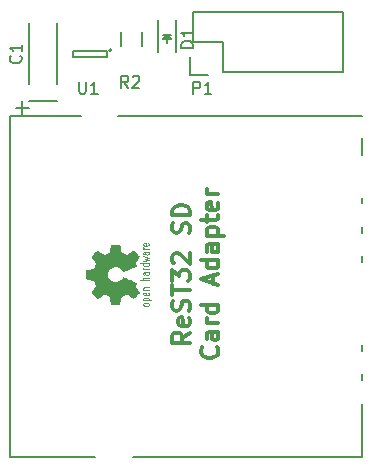
<source format=gto>
G04 #@! TF.FileFunction,Legend,Top*
%FSLAX46Y46*%
G04 Gerber Fmt 4.6, Leading zero omitted, Abs format (unit mm)*
G04 Created by KiCad (PCBNEW 4.0.2-stable) date 27.07.2016 22:22:32*
%MOMM*%
G01*
G04 APERTURE LIST*
%ADD10C,0.100000*%
%ADD11C,0.300000*%
%ADD12C,0.150000*%
%ADD13C,0.075000*%
%ADD14C,0.002540*%
G04 APERTURE END LIST*
D10*
D11*
X93458571Y-128372570D02*
X92744286Y-128872570D01*
X93458571Y-129229713D02*
X91958571Y-129229713D01*
X91958571Y-128658285D01*
X92030000Y-128515427D01*
X92101429Y-128443999D01*
X92244286Y-128372570D01*
X92458571Y-128372570D01*
X92601429Y-128443999D01*
X92672857Y-128515427D01*
X92744286Y-128658285D01*
X92744286Y-129229713D01*
X93387143Y-127158285D02*
X93458571Y-127301142D01*
X93458571Y-127586856D01*
X93387143Y-127729713D01*
X93244286Y-127801142D01*
X92672857Y-127801142D01*
X92530000Y-127729713D01*
X92458571Y-127586856D01*
X92458571Y-127301142D01*
X92530000Y-127158285D01*
X92672857Y-127086856D01*
X92815714Y-127086856D01*
X92958571Y-127801142D01*
X93387143Y-126515428D02*
X93458571Y-126301142D01*
X93458571Y-125943999D01*
X93387143Y-125801142D01*
X93315714Y-125729713D01*
X93172857Y-125658285D01*
X93030000Y-125658285D01*
X92887143Y-125729713D01*
X92815714Y-125801142D01*
X92744286Y-125943999D01*
X92672857Y-126229713D01*
X92601429Y-126372571D01*
X92530000Y-126443999D01*
X92387143Y-126515428D01*
X92244286Y-126515428D01*
X92101429Y-126443999D01*
X92030000Y-126372571D01*
X91958571Y-126229713D01*
X91958571Y-125872571D01*
X92030000Y-125658285D01*
X91958571Y-125229714D02*
X91958571Y-124372571D01*
X93458571Y-124801142D02*
X91958571Y-124801142D01*
X91958571Y-124015428D02*
X91958571Y-123086857D01*
X92530000Y-123586857D01*
X92530000Y-123372571D01*
X92601429Y-123229714D01*
X92672857Y-123158285D01*
X92815714Y-123086857D01*
X93172857Y-123086857D01*
X93315714Y-123158285D01*
X93387143Y-123229714D01*
X93458571Y-123372571D01*
X93458571Y-123801143D01*
X93387143Y-123944000D01*
X93315714Y-124015428D01*
X92101429Y-122515429D02*
X92030000Y-122444000D01*
X91958571Y-122301143D01*
X91958571Y-121944000D01*
X92030000Y-121801143D01*
X92101429Y-121729714D01*
X92244286Y-121658286D01*
X92387143Y-121658286D01*
X92601429Y-121729714D01*
X93458571Y-122586857D01*
X93458571Y-121658286D01*
X93387143Y-119944001D02*
X93458571Y-119729715D01*
X93458571Y-119372572D01*
X93387143Y-119229715D01*
X93315714Y-119158286D01*
X93172857Y-119086858D01*
X93030000Y-119086858D01*
X92887143Y-119158286D01*
X92815714Y-119229715D01*
X92744286Y-119372572D01*
X92672857Y-119658286D01*
X92601429Y-119801144D01*
X92530000Y-119872572D01*
X92387143Y-119944001D01*
X92244286Y-119944001D01*
X92101429Y-119872572D01*
X92030000Y-119801144D01*
X91958571Y-119658286D01*
X91958571Y-119301144D01*
X92030000Y-119086858D01*
X93458571Y-118444001D02*
X91958571Y-118444001D01*
X91958571Y-118086858D01*
X92030000Y-117872573D01*
X92172857Y-117729715D01*
X92315714Y-117658287D01*
X92601429Y-117586858D01*
X92815714Y-117586858D01*
X93101429Y-117658287D01*
X93244286Y-117729715D01*
X93387143Y-117872573D01*
X93458571Y-118086858D01*
X93458571Y-118444001D01*
X95715714Y-129586856D02*
X95787143Y-129658285D01*
X95858571Y-129872571D01*
X95858571Y-130015428D01*
X95787143Y-130229713D01*
X95644286Y-130372571D01*
X95501429Y-130443999D01*
X95215714Y-130515428D01*
X95001429Y-130515428D01*
X94715714Y-130443999D01*
X94572857Y-130372571D01*
X94430000Y-130229713D01*
X94358571Y-130015428D01*
X94358571Y-129872571D01*
X94430000Y-129658285D01*
X94501429Y-129586856D01*
X95858571Y-128301142D02*
X95072857Y-128301142D01*
X94930000Y-128372571D01*
X94858571Y-128515428D01*
X94858571Y-128801142D01*
X94930000Y-128943999D01*
X95787143Y-128301142D02*
X95858571Y-128443999D01*
X95858571Y-128801142D01*
X95787143Y-128943999D01*
X95644286Y-129015428D01*
X95501429Y-129015428D01*
X95358571Y-128943999D01*
X95287143Y-128801142D01*
X95287143Y-128443999D01*
X95215714Y-128301142D01*
X95858571Y-127586856D02*
X94858571Y-127586856D01*
X95144286Y-127586856D02*
X95001429Y-127515428D01*
X94930000Y-127443999D01*
X94858571Y-127301142D01*
X94858571Y-127158285D01*
X95858571Y-126015428D02*
X94358571Y-126015428D01*
X95787143Y-126015428D02*
X95858571Y-126158285D01*
X95858571Y-126443999D01*
X95787143Y-126586857D01*
X95715714Y-126658285D01*
X95572857Y-126729714D01*
X95144286Y-126729714D01*
X95001429Y-126658285D01*
X94930000Y-126586857D01*
X94858571Y-126443999D01*
X94858571Y-126158285D01*
X94930000Y-126015428D01*
X95430000Y-124229714D02*
X95430000Y-123515428D01*
X95858571Y-124372571D02*
X94358571Y-123872571D01*
X95858571Y-123372571D01*
X95858571Y-122229714D02*
X94358571Y-122229714D01*
X95787143Y-122229714D02*
X95858571Y-122372571D01*
X95858571Y-122658285D01*
X95787143Y-122801143D01*
X95715714Y-122872571D01*
X95572857Y-122944000D01*
X95144286Y-122944000D01*
X95001429Y-122872571D01*
X94930000Y-122801143D01*
X94858571Y-122658285D01*
X94858571Y-122372571D01*
X94930000Y-122229714D01*
X95858571Y-120872571D02*
X95072857Y-120872571D01*
X94930000Y-120944000D01*
X94858571Y-121086857D01*
X94858571Y-121372571D01*
X94930000Y-121515428D01*
X95787143Y-120872571D02*
X95858571Y-121015428D01*
X95858571Y-121372571D01*
X95787143Y-121515428D01*
X95644286Y-121586857D01*
X95501429Y-121586857D01*
X95358571Y-121515428D01*
X95287143Y-121372571D01*
X95287143Y-121015428D01*
X95215714Y-120872571D01*
X94858571Y-120158285D02*
X96358571Y-120158285D01*
X94930000Y-120158285D02*
X94858571Y-120015428D01*
X94858571Y-119729714D01*
X94930000Y-119586857D01*
X95001429Y-119515428D01*
X95144286Y-119443999D01*
X95572857Y-119443999D01*
X95715714Y-119515428D01*
X95787143Y-119586857D01*
X95858571Y-119729714D01*
X95858571Y-120015428D01*
X95787143Y-120158285D01*
X94858571Y-119015428D02*
X94858571Y-118443999D01*
X94358571Y-118801142D02*
X95644286Y-118801142D01*
X95787143Y-118729714D01*
X95858571Y-118586856D01*
X95858571Y-118443999D01*
X95787143Y-117372571D02*
X95858571Y-117515428D01*
X95858571Y-117801142D01*
X95787143Y-117943999D01*
X95644286Y-118015428D01*
X95072857Y-118015428D01*
X94930000Y-117943999D01*
X94858571Y-117801142D01*
X94858571Y-117515428D01*
X94930000Y-117372571D01*
X95072857Y-117301142D01*
X95215714Y-117301142D01*
X95358571Y-118015428D01*
X95858571Y-116658285D02*
X94858571Y-116658285D01*
X95144286Y-116658285D02*
X95001429Y-116586857D01*
X94930000Y-116515428D01*
X94858571Y-116372571D01*
X94858571Y-116229714D01*
D12*
X82198880Y-107350960D02*
X82198880Y-102149040D01*
X79801120Y-102149040D02*
X79801120Y-107350960D01*
X78701300Y-109349940D02*
X79801120Y-109349940D01*
X79201680Y-109949380D02*
X79201680Y-108750500D01*
X79801120Y-108745420D02*
X82198880Y-108745420D01*
X108000000Y-131900000D02*
X108000000Y-132400000D01*
X108000000Y-129400000D02*
X108000000Y-129900000D01*
X108000000Y-121900000D02*
X108000000Y-122400000D01*
X108000000Y-119400000D02*
X108000000Y-119900000D01*
X108000000Y-117000000D02*
X108000000Y-117400000D01*
X108000000Y-111900000D02*
X108000000Y-113300000D01*
X87400000Y-110000000D02*
X108000000Y-110000000D01*
X88600000Y-138900000D02*
X108000000Y-138900000D01*
X108000000Y-138900000D02*
X108000000Y-134400000D01*
X78200000Y-138900000D02*
X78200000Y-110000000D01*
X78200000Y-110000000D02*
X84200000Y-110000000D01*
X78200000Y-138900000D02*
X85400000Y-138900000D01*
X93730000Y-101190000D02*
X106430000Y-101190000D01*
X106430000Y-101190000D02*
X106430000Y-106270000D01*
X106430000Y-106270000D02*
X96270000Y-106270000D01*
X93730000Y-101190000D02*
X93730000Y-103730000D01*
X93450000Y-105000000D02*
X93450000Y-106550000D01*
X93730000Y-103730000D02*
X96270000Y-103730000D01*
X96270000Y-103730000D02*
X96270000Y-106270000D01*
X93450000Y-106550000D02*
X95000000Y-106550000D01*
X87625000Y-104100000D02*
X87625000Y-102900000D01*
X89375000Y-102900000D02*
X89375000Y-104100000D01*
X86800000Y-104450000D02*
G75*
G03X86800000Y-104450000I-100000J0D01*
G01*
X86450000Y-105000000D02*
X86450000Y-104500000D01*
X83550000Y-105000000D02*
X86450000Y-105000000D01*
X83550000Y-104500000D02*
X83550000Y-105000000D01*
X86450000Y-104500000D02*
X83550000Y-104500000D01*
D13*
X89488000Y-121284000D02*
X89948000Y-121284000D01*
X89488000Y-121194000D02*
X89488000Y-121144000D01*
X89518000Y-121244000D02*
X89488000Y-121194000D01*
X89538000Y-121264000D02*
X89518000Y-121244000D01*
X89608000Y-121284000D02*
X89538000Y-121264000D01*
X89948000Y-120844000D02*
X89918000Y-120794000D01*
X89948000Y-120944000D02*
X89948000Y-120844000D01*
X89918000Y-120984000D02*
X89948000Y-120944000D01*
X89848000Y-121004000D02*
X89918000Y-120984000D01*
X89578000Y-121004000D02*
X89848000Y-121004000D01*
X89518000Y-120974000D02*
X89578000Y-121004000D01*
X89488000Y-120934000D02*
X89518000Y-120974000D01*
X89488000Y-120834000D02*
X89488000Y-120934000D01*
X89528000Y-120794000D02*
X89488000Y-120834000D01*
X89598000Y-120774000D02*
X89528000Y-120794000D01*
X89718000Y-120774000D02*
X89598000Y-120774000D01*
X89718000Y-120774000D02*
X89718000Y-121004000D01*
X89578000Y-121524000D02*
X89948000Y-121524000D01*
X89518000Y-121554000D02*
X89578000Y-121524000D01*
X89488000Y-121594000D02*
X89518000Y-121554000D01*
X89488000Y-121694000D02*
X89488000Y-121594000D01*
X89518000Y-121744000D02*
X89488000Y-121694000D01*
X89678000Y-121684000D02*
X89708000Y-121734000D01*
X89678000Y-121564000D02*
X89678000Y-121684000D01*
X89648000Y-121524000D02*
X89678000Y-121564000D01*
X89948000Y-121574000D02*
X89908000Y-121524000D01*
X89948000Y-121694000D02*
X89948000Y-121574000D01*
X89908000Y-121744000D02*
X89948000Y-121694000D01*
X89848000Y-121764000D02*
X89908000Y-121744000D01*
X89778000Y-121764000D02*
X89848000Y-121764000D01*
X89708000Y-121734000D02*
X89778000Y-121764000D01*
X89488000Y-122314000D02*
X89948000Y-122214000D01*
X89948000Y-122214000D02*
X89608000Y-122124000D01*
X89608000Y-122124000D02*
X89948000Y-122024000D01*
X89948000Y-122024000D02*
X89488000Y-121924000D01*
X89918000Y-122504000D02*
X89948000Y-122544000D01*
X89948000Y-122544000D02*
X89948000Y-122654000D01*
X89948000Y-122654000D02*
X89918000Y-122694000D01*
X89918000Y-122694000D02*
X89888000Y-122714000D01*
X89888000Y-122714000D02*
X89818000Y-122744000D01*
X89818000Y-122744000D02*
X89618000Y-122744000D01*
X89618000Y-122744000D02*
X89548000Y-122714000D01*
X89548000Y-122714000D02*
X89518000Y-122694000D01*
X89518000Y-122694000D02*
X89478000Y-122634000D01*
X89478000Y-122634000D02*
X89478000Y-122564000D01*
X89478000Y-122564000D02*
X89518000Y-122504000D01*
X89248000Y-122504000D02*
X89948000Y-122504000D01*
X89608000Y-123024000D02*
X89538000Y-123004000D01*
X89538000Y-123004000D02*
X89518000Y-122984000D01*
X89518000Y-122984000D02*
X89488000Y-122934000D01*
X89488000Y-122934000D02*
X89488000Y-122884000D01*
X89488000Y-123024000D02*
X89948000Y-123024000D01*
X89708000Y-123474000D02*
X89778000Y-123504000D01*
X89778000Y-123504000D02*
X89848000Y-123504000D01*
X89848000Y-123504000D02*
X89908000Y-123484000D01*
X89908000Y-123484000D02*
X89948000Y-123434000D01*
X89948000Y-123434000D02*
X89948000Y-123314000D01*
X89948000Y-123314000D02*
X89908000Y-123264000D01*
X89648000Y-123264000D02*
X89678000Y-123304000D01*
X89678000Y-123304000D02*
X89678000Y-123424000D01*
X89678000Y-123424000D02*
X89708000Y-123474000D01*
X89518000Y-123484000D02*
X89488000Y-123434000D01*
X89488000Y-123434000D02*
X89488000Y-123334000D01*
X89488000Y-123334000D02*
X89518000Y-123294000D01*
X89518000Y-123294000D02*
X89578000Y-123264000D01*
X89578000Y-123264000D02*
X89948000Y-123264000D01*
X89558000Y-123934000D02*
X89518000Y-123914000D01*
X89518000Y-123914000D02*
X89488000Y-123864000D01*
X89488000Y-123864000D02*
X89488000Y-123784000D01*
X89488000Y-123784000D02*
X89518000Y-123744000D01*
X89518000Y-123744000D02*
X89578000Y-123724000D01*
X89578000Y-123724000D02*
X89948000Y-123724000D01*
X89248000Y-123934000D02*
X89948000Y-123934000D01*
X89718000Y-124984000D02*
X89718000Y-125214000D01*
X89548000Y-124764000D02*
X89518000Y-124744000D01*
X89518000Y-124744000D02*
X89488000Y-124704000D01*
X89488000Y-124704000D02*
X89488000Y-124614000D01*
X89488000Y-124614000D02*
X89518000Y-124574000D01*
X89518000Y-124574000D02*
X89578000Y-124554000D01*
X89578000Y-124554000D02*
X89948000Y-124554000D01*
X89488000Y-124764000D02*
X89948000Y-124764000D01*
X89718000Y-124984000D02*
X89598000Y-124984000D01*
X89598000Y-124984000D02*
X89528000Y-125004000D01*
X89528000Y-125004000D02*
X89488000Y-125044000D01*
X89488000Y-125044000D02*
X89488000Y-125144000D01*
X89488000Y-125144000D02*
X89518000Y-125184000D01*
X89518000Y-125184000D02*
X89578000Y-125214000D01*
X89578000Y-125214000D02*
X89848000Y-125214000D01*
X89848000Y-125214000D02*
X89918000Y-125194000D01*
X89918000Y-125194000D02*
X89948000Y-125154000D01*
X89948000Y-125154000D02*
X89948000Y-125054000D01*
X89948000Y-125054000D02*
X89918000Y-125004000D01*
X89518000Y-125644000D02*
X89488000Y-125604000D01*
X89488000Y-125604000D02*
X89488000Y-125504000D01*
X89488000Y-125504000D02*
X89518000Y-125464000D01*
X89518000Y-125464000D02*
X89548000Y-125434000D01*
X89548000Y-125434000D02*
X89608000Y-125414000D01*
X89608000Y-125414000D02*
X89828000Y-125414000D01*
X89828000Y-125414000D02*
X89888000Y-125434000D01*
X89888000Y-125434000D02*
X89918000Y-125454000D01*
X89918000Y-125454000D02*
X89948000Y-125494000D01*
X89948000Y-125494000D02*
X89948000Y-125594000D01*
X89948000Y-125594000D02*
X89918000Y-125644000D01*
X90188000Y-125644000D02*
X89488000Y-125644000D01*
X89488000Y-125954000D02*
X89488000Y-126034000D01*
X89488000Y-126034000D02*
X89518000Y-126074000D01*
X89518000Y-126074000D02*
X89548000Y-126094000D01*
X89548000Y-126094000D02*
X89618000Y-126124000D01*
X89948000Y-126034000D02*
X89948000Y-125954000D01*
X89948000Y-125954000D02*
X89918000Y-125904000D01*
X89918000Y-125904000D02*
X89888000Y-125884000D01*
X89888000Y-125884000D02*
X89818000Y-125864000D01*
X89818000Y-125864000D02*
X89618000Y-125864000D01*
X89618000Y-125864000D02*
X89558000Y-125884000D01*
X89558000Y-125884000D02*
X89528000Y-125904000D01*
X89528000Y-125904000D02*
X89488000Y-125954000D01*
X89618000Y-126124000D02*
X89818000Y-126124000D01*
X89818000Y-126124000D02*
X89878000Y-126104000D01*
X89878000Y-126104000D02*
X89908000Y-126084000D01*
X89908000Y-126084000D02*
X89948000Y-126034000D01*
D14*
G36*
X89113360Y-124957840D02*
X89098120Y-124932440D01*
X89062560Y-124874020D01*
X89006680Y-124790200D01*
X88940640Y-124691140D01*
X88874600Y-124592080D01*
X88821260Y-124510800D01*
X88783160Y-124454920D01*
X88770460Y-124429520D01*
X88775540Y-124416820D01*
X88798400Y-124371100D01*
X88833960Y-124302520D01*
X88854280Y-124261880D01*
X88879680Y-124200920D01*
X88887300Y-124167900D01*
X88877140Y-124162820D01*
X88828880Y-124139960D01*
X88747600Y-124104400D01*
X88638380Y-124058680D01*
X88511380Y-124002800D01*
X88376760Y-123946920D01*
X88237060Y-123888500D01*
X88102440Y-123832620D01*
X87983060Y-123784360D01*
X87886540Y-123743720D01*
X87817960Y-123718320D01*
X87790020Y-123708160D01*
X87782400Y-123710700D01*
X87751920Y-123743720D01*
X87711280Y-123797060D01*
X87614760Y-123916440D01*
X87469980Y-124033280D01*
X87304880Y-124104400D01*
X87119460Y-124127260D01*
X86949280Y-124106940D01*
X86786720Y-124040900D01*
X86639400Y-123926600D01*
X86530180Y-123786900D01*
X86461600Y-123624340D01*
X86438740Y-123444000D01*
X86459060Y-123271280D01*
X86525100Y-123103640D01*
X86636860Y-122956320D01*
X86707980Y-122892820D01*
X86857840Y-122806460D01*
X87015320Y-122758200D01*
X87055960Y-122753120D01*
X87231220Y-122760740D01*
X87401400Y-122811540D01*
X87551260Y-122905520D01*
X87675720Y-123035060D01*
X87685880Y-123050300D01*
X87731600Y-123108720D01*
X87762080Y-123149360D01*
X87787480Y-123179840D01*
X88325960Y-122956320D01*
X88409780Y-122920760D01*
X88557100Y-122859800D01*
X88684100Y-122806460D01*
X88785700Y-122763280D01*
X88851740Y-122732800D01*
X88879680Y-122720100D01*
X88882220Y-122720100D01*
X88884760Y-122699780D01*
X88869520Y-122659140D01*
X88833960Y-122582940D01*
X88808560Y-122534680D01*
X88780620Y-122476260D01*
X88770460Y-122450860D01*
X88783160Y-122428000D01*
X88818720Y-122374660D01*
X88872060Y-122293380D01*
X88935560Y-122196860D01*
X88999060Y-122105420D01*
X89054940Y-122021600D01*
X89093040Y-121960640D01*
X89110820Y-121930160D01*
X89110820Y-121925080D01*
X89095580Y-121899680D01*
X89054940Y-121851420D01*
X88986360Y-121777760D01*
X88882220Y-121673620D01*
X88866980Y-121658380D01*
X88780620Y-121572020D01*
X88706960Y-121503440D01*
X88656160Y-121457720D01*
X88633300Y-121439940D01*
X88633300Y-121439940D01*
X88602820Y-121455180D01*
X88541860Y-121493280D01*
X88455500Y-121549160D01*
X88356440Y-121617740D01*
X88097360Y-121795540D01*
X87853520Y-121699020D01*
X87777320Y-121668540D01*
X87688420Y-121630440D01*
X87622380Y-121602500D01*
X87594440Y-121587260D01*
X87584280Y-121561860D01*
X87569040Y-121493280D01*
X87548720Y-121396760D01*
X87528400Y-121282460D01*
X87508080Y-121170700D01*
X87487760Y-121071640D01*
X87475060Y-121000520D01*
X87467440Y-120967500D01*
X87462360Y-120959880D01*
X87447120Y-120952260D01*
X87414100Y-120949720D01*
X87353140Y-120947180D01*
X87259160Y-120944640D01*
X87119460Y-120944640D01*
X87104220Y-120944640D01*
X86974680Y-120947180D01*
X86868000Y-120949720D01*
X86801960Y-120952260D01*
X86774020Y-120957340D01*
X86774020Y-120957340D01*
X86766400Y-120987820D01*
X86751160Y-121058940D01*
X86733380Y-121158000D01*
X86710520Y-121277380D01*
X86707980Y-121285000D01*
X86685120Y-121401840D01*
X86664800Y-121500900D01*
X86649560Y-121572020D01*
X86639400Y-121599960D01*
X86631780Y-121607580D01*
X86586060Y-121630440D01*
X86512400Y-121663460D01*
X86423500Y-121704100D01*
X86329520Y-121742200D01*
X86245700Y-121775220D01*
X86184740Y-121798080D01*
X86156800Y-121805700D01*
X86154260Y-121803160D01*
X86126320Y-121785380D01*
X86065360Y-121744740D01*
X85981540Y-121688860D01*
X85879940Y-121620280D01*
X85872320Y-121615200D01*
X85773260Y-121546620D01*
X85686900Y-121490740D01*
X85628480Y-121455180D01*
X85600540Y-121439940D01*
X85598000Y-121439940D01*
X85567520Y-121462800D01*
X85511640Y-121513600D01*
X85435440Y-121587260D01*
X85346540Y-121673620D01*
X85321140Y-121701560D01*
X85224620Y-121800620D01*
X85163660Y-121866660D01*
X85130640Y-121909840D01*
X85123020Y-121930160D01*
X85123020Y-121930160D01*
X85140800Y-121960640D01*
X85181440Y-122024140D01*
X85239860Y-122107960D01*
X85308440Y-122209560D01*
X85313520Y-122217180D01*
X85382100Y-122316240D01*
X85437980Y-122400060D01*
X85478620Y-122458480D01*
X85493860Y-122486420D01*
X85493860Y-122488960D01*
X85481160Y-122529600D01*
X85455760Y-122600720D01*
X85422740Y-122689620D01*
X85384640Y-122781060D01*
X85349080Y-122864880D01*
X85321140Y-122928380D01*
X85303360Y-122958860D01*
X85303360Y-122958860D01*
X85267800Y-122969020D01*
X85191600Y-122986800D01*
X85090000Y-123007120D01*
X84968080Y-123032520D01*
X84947760Y-123035060D01*
X84828380Y-123057920D01*
X84729320Y-123075700D01*
X84660740Y-123090940D01*
X84632800Y-123098560D01*
X84630260Y-123113800D01*
X84625180Y-123172220D01*
X84622640Y-123261120D01*
X84622640Y-123370340D01*
X84622640Y-123482100D01*
X84625180Y-123591320D01*
X84627720Y-123685300D01*
X84632800Y-123753880D01*
X84637880Y-123781820D01*
X84640420Y-123781820D01*
X84678520Y-123791980D01*
X84752180Y-123809760D01*
X84856320Y-123830080D01*
X84978240Y-123852940D01*
X85001100Y-123858020D01*
X85117940Y-123880880D01*
X85217000Y-123901200D01*
X85283040Y-123913900D01*
X85310980Y-123921520D01*
X85316060Y-123934220D01*
X85336380Y-123982480D01*
X85369400Y-124061220D01*
X85410040Y-124160280D01*
X85501480Y-124388880D01*
X85310980Y-124670820D01*
X85293200Y-124696220D01*
X85224620Y-124797820D01*
X85168740Y-124879100D01*
X85130640Y-124937520D01*
X85117940Y-124960380D01*
X85117940Y-124962920D01*
X85143340Y-124990860D01*
X85196680Y-125046740D01*
X85270340Y-125122940D01*
X85356700Y-125211840D01*
X85422740Y-125275340D01*
X85501480Y-125354080D01*
X85554820Y-125402340D01*
X85587840Y-125430280D01*
X85608160Y-125437900D01*
X85623400Y-125435360D01*
X85651340Y-125417580D01*
X85712300Y-125376940D01*
X85798660Y-125318520D01*
X85897720Y-125249940D01*
X85981540Y-125194060D01*
X86075520Y-125133100D01*
X86141560Y-125095000D01*
X86174580Y-125079760D01*
X86187280Y-125084840D01*
X86243160Y-125102620D01*
X86326980Y-125138180D01*
X86426040Y-125178820D01*
X86647020Y-125277880D01*
X86674960Y-125422660D01*
X86692740Y-125511560D01*
X86715600Y-125633480D01*
X86738460Y-125752860D01*
X86774020Y-125935740D01*
X87449660Y-125943360D01*
X87462360Y-125915420D01*
X87469980Y-125887480D01*
X87485220Y-125818900D01*
X87505540Y-125722380D01*
X87525860Y-125605540D01*
X87543640Y-125509020D01*
X87563960Y-125409960D01*
X87576660Y-125338840D01*
X87584280Y-125308360D01*
X87594440Y-125298200D01*
X87642700Y-125275340D01*
X87718900Y-125239780D01*
X87810340Y-125199140D01*
X87904320Y-125161040D01*
X87993220Y-125125480D01*
X88059260Y-125102620D01*
X88092280Y-125092460D01*
X88120220Y-125105160D01*
X88178640Y-125143260D01*
X88259920Y-125196600D01*
X88358980Y-125265180D01*
X88455500Y-125331220D01*
X88539320Y-125389640D01*
X88600280Y-125427740D01*
X88628220Y-125445520D01*
X88646000Y-125435360D01*
X88694260Y-125397260D01*
X88770460Y-125323600D01*
X88879680Y-125211840D01*
X88897460Y-125194060D01*
X88981280Y-125107700D01*
X89049860Y-125034040D01*
X89095580Y-124980700D01*
X89113360Y-124957840D01*
X89113360Y-124957840D01*
G37*
X89113360Y-124957840D02*
X89098120Y-124932440D01*
X89062560Y-124874020D01*
X89006680Y-124790200D01*
X88940640Y-124691140D01*
X88874600Y-124592080D01*
X88821260Y-124510800D01*
X88783160Y-124454920D01*
X88770460Y-124429520D01*
X88775540Y-124416820D01*
X88798400Y-124371100D01*
X88833960Y-124302520D01*
X88854280Y-124261880D01*
X88879680Y-124200920D01*
X88887300Y-124167900D01*
X88877140Y-124162820D01*
X88828880Y-124139960D01*
X88747600Y-124104400D01*
X88638380Y-124058680D01*
X88511380Y-124002800D01*
X88376760Y-123946920D01*
X88237060Y-123888500D01*
X88102440Y-123832620D01*
X87983060Y-123784360D01*
X87886540Y-123743720D01*
X87817960Y-123718320D01*
X87790020Y-123708160D01*
X87782400Y-123710700D01*
X87751920Y-123743720D01*
X87711280Y-123797060D01*
X87614760Y-123916440D01*
X87469980Y-124033280D01*
X87304880Y-124104400D01*
X87119460Y-124127260D01*
X86949280Y-124106940D01*
X86786720Y-124040900D01*
X86639400Y-123926600D01*
X86530180Y-123786900D01*
X86461600Y-123624340D01*
X86438740Y-123444000D01*
X86459060Y-123271280D01*
X86525100Y-123103640D01*
X86636860Y-122956320D01*
X86707980Y-122892820D01*
X86857840Y-122806460D01*
X87015320Y-122758200D01*
X87055960Y-122753120D01*
X87231220Y-122760740D01*
X87401400Y-122811540D01*
X87551260Y-122905520D01*
X87675720Y-123035060D01*
X87685880Y-123050300D01*
X87731600Y-123108720D01*
X87762080Y-123149360D01*
X87787480Y-123179840D01*
X88325960Y-122956320D01*
X88409780Y-122920760D01*
X88557100Y-122859800D01*
X88684100Y-122806460D01*
X88785700Y-122763280D01*
X88851740Y-122732800D01*
X88879680Y-122720100D01*
X88882220Y-122720100D01*
X88884760Y-122699780D01*
X88869520Y-122659140D01*
X88833960Y-122582940D01*
X88808560Y-122534680D01*
X88780620Y-122476260D01*
X88770460Y-122450860D01*
X88783160Y-122428000D01*
X88818720Y-122374660D01*
X88872060Y-122293380D01*
X88935560Y-122196860D01*
X88999060Y-122105420D01*
X89054940Y-122021600D01*
X89093040Y-121960640D01*
X89110820Y-121930160D01*
X89110820Y-121925080D01*
X89095580Y-121899680D01*
X89054940Y-121851420D01*
X88986360Y-121777760D01*
X88882220Y-121673620D01*
X88866980Y-121658380D01*
X88780620Y-121572020D01*
X88706960Y-121503440D01*
X88656160Y-121457720D01*
X88633300Y-121439940D01*
X88633300Y-121439940D01*
X88602820Y-121455180D01*
X88541860Y-121493280D01*
X88455500Y-121549160D01*
X88356440Y-121617740D01*
X88097360Y-121795540D01*
X87853520Y-121699020D01*
X87777320Y-121668540D01*
X87688420Y-121630440D01*
X87622380Y-121602500D01*
X87594440Y-121587260D01*
X87584280Y-121561860D01*
X87569040Y-121493280D01*
X87548720Y-121396760D01*
X87528400Y-121282460D01*
X87508080Y-121170700D01*
X87487760Y-121071640D01*
X87475060Y-121000520D01*
X87467440Y-120967500D01*
X87462360Y-120959880D01*
X87447120Y-120952260D01*
X87414100Y-120949720D01*
X87353140Y-120947180D01*
X87259160Y-120944640D01*
X87119460Y-120944640D01*
X87104220Y-120944640D01*
X86974680Y-120947180D01*
X86868000Y-120949720D01*
X86801960Y-120952260D01*
X86774020Y-120957340D01*
X86774020Y-120957340D01*
X86766400Y-120987820D01*
X86751160Y-121058940D01*
X86733380Y-121158000D01*
X86710520Y-121277380D01*
X86707980Y-121285000D01*
X86685120Y-121401840D01*
X86664800Y-121500900D01*
X86649560Y-121572020D01*
X86639400Y-121599960D01*
X86631780Y-121607580D01*
X86586060Y-121630440D01*
X86512400Y-121663460D01*
X86423500Y-121704100D01*
X86329520Y-121742200D01*
X86245700Y-121775220D01*
X86184740Y-121798080D01*
X86156800Y-121805700D01*
X86154260Y-121803160D01*
X86126320Y-121785380D01*
X86065360Y-121744740D01*
X85981540Y-121688860D01*
X85879940Y-121620280D01*
X85872320Y-121615200D01*
X85773260Y-121546620D01*
X85686900Y-121490740D01*
X85628480Y-121455180D01*
X85600540Y-121439940D01*
X85598000Y-121439940D01*
X85567520Y-121462800D01*
X85511640Y-121513600D01*
X85435440Y-121587260D01*
X85346540Y-121673620D01*
X85321140Y-121701560D01*
X85224620Y-121800620D01*
X85163660Y-121866660D01*
X85130640Y-121909840D01*
X85123020Y-121930160D01*
X85123020Y-121930160D01*
X85140800Y-121960640D01*
X85181440Y-122024140D01*
X85239860Y-122107960D01*
X85308440Y-122209560D01*
X85313520Y-122217180D01*
X85382100Y-122316240D01*
X85437980Y-122400060D01*
X85478620Y-122458480D01*
X85493860Y-122486420D01*
X85493860Y-122488960D01*
X85481160Y-122529600D01*
X85455760Y-122600720D01*
X85422740Y-122689620D01*
X85384640Y-122781060D01*
X85349080Y-122864880D01*
X85321140Y-122928380D01*
X85303360Y-122958860D01*
X85303360Y-122958860D01*
X85267800Y-122969020D01*
X85191600Y-122986800D01*
X85090000Y-123007120D01*
X84968080Y-123032520D01*
X84947760Y-123035060D01*
X84828380Y-123057920D01*
X84729320Y-123075700D01*
X84660740Y-123090940D01*
X84632800Y-123098560D01*
X84630260Y-123113800D01*
X84625180Y-123172220D01*
X84622640Y-123261120D01*
X84622640Y-123370340D01*
X84622640Y-123482100D01*
X84625180Y-123591320D01*
X84627720Y-123685300D01*
X84632800Y-123753880D01*
X84637880Y-123781820D01*
X84640420Y-123781820D01*
X84678520Y-123791980D01*
X84752180Y-123809760D01*
X84856320Y-123830080D01*
X84978240Y-123852940D01*
X85001100Y-123858020D01*
X85117940Y-123880880D01*
X85217000Y-123901200D01*
X85283040Y-123913900D01*
X85310980Y-123921520D01*
X85316060Y-123934220D01*
X85336380Y-123982480D01*
X85369400Y-124061220D01*
X85410040Y-124160280D01*
X85501480Y-124388880D01*
X85310980Y-124670820D01*
X85293200Y-124696220D01*
X85224620Y-124797820D01*
X85168740Y-124879100D01*
X85130640Y-124937520D01*
X85117940Y-124960380D01*
X85117940Y-124962920D01*
X85143340Y-124990860D01*
X85196680Y-125046740D01*
X85270340Y-125122940D01*
X85356700Y-125211840D01*
X85422740Y-125275340D01*
X85501480Y-125354080D01*
X85554820Y-125402340D01*
X85587840Y-125430280D01*
X85608160Y-125437900D01*
X85623400Y-125435360D01*
X85651340Y-125417580D01*
X85712300Y-125376940D01*
X85798660Y-125318520D01*
X85897720Y-125249940D01*
X85981540Y-125194060D01*
X86075520Y-125133100D01*
X86141560Y-125095000D01*
X86174580Y-125079760D01*
X86187280Y-125084840D01*
X86243160Y-125102620D01*
X86326980Y-125138180D01*
X86426040Y-125178820D01*
X86647020Y-125277880D01*
X86674960Y-125422660D01*
X86692740Y-125511560D01*
X86715600Y-125633480D01*
X86738460Y-125752860D01*
X86774020Y-125935740D01*
X87449660Y-125943360D01*
X87462360Y-125915420D01*
X87469980Y-125887480D01*
X87485220Y-125818900D01*
X87505540Y-125722380D01*
X87525860Y-125605540D01*
X87543640Y-125509020D01*
X87563960Y-125409960D01*
X87576660Y-125338840D01*
X87584280Y-125308360D01*
X87594440Y-125298200D01*
X87642700Y-125275340D01*
X87718900Y-125239780D01*
X87810340Y-125199140D01*
X87904320Y-125161040D01*
X87993220Y-125125480D01*
X88059260Y-125102620D01*
X88092280Y-125092460D01*
X88120220Y-125105160D01*
X88178640Y-125143260D01*
X88259920Y-125196600D01*
X88358980Y-125265180D01*
X88455500Y-125331220D01*
X88539320Y-125389640D01*
X88600280Y-125427740D01*
X88628220Y-125445520D01*
X88646000Y-125435360D01*
X88694260Y-125397260D01*
X88770460Y-125323600D01*
X88879680Y-125211840D01*
X88897460Y-125194060D01*
X88981280Y-125107700D01*
X89049860Y-125034040D01*
X89095580Y-124980700D01*
X89113360Y-124957840D01*
D12*
X90750000Y-101900000D02*
X90750000Y-104600000D01*
X92250000Y-101900000D02*
X92250000Y-104600000D01*
X91350000Y-103400000D02*
X91600000Y-103400000D01*
X91600000Y-103400000D02*
X91450000Y-103250000D01*
X91850000Y-103150000D02*
X91150000Y-103150000D01*
X91500000Y-103500000D02*
X91500000Y-103850000D01*
X91500000Y-103150000D02*
X91850000Y-103500000D01*
X91850000Y-103500000D02*
X91150000Y-103500000D01*
X91150000Y-103500000D02*
X91500000Y-103150000D01*
X79097143Y-104941666D02*
X79144762Y-104989285D01*
X79192381Y-105132142D01*
X79192381Y-105227380D01*
X79144762Y-105370238D01*
X79049524Y-105465476D01*
X78954286Y-105513095D01*
X78763810Y-105560714D01*
X78620952Y-105560714D01*
X78430476Y-105513095D01*
X78335238Y-105465476D01*
X78240000Y-105370238D01*
X78192381Y-105227380D01*
X78192381Y-105132142D01*
X78240000Y-104989285D01*
X78287619Y-104941666D01*
X79192381Y-103989285D02*
X79192381Y-104560714D01*
X79192381Y-104275000D02*
X78192381Y-104275000D01*
X78335238Y-104370238D01*
X78430476Y-104465476D01*
X78478095Y-104560714D01*
X79270569Y-109730892D02*
X79270569Y-108968987D01*
X79651521Y-109349939D02*
X78889616Y-109349939D01*
X93749905Y-108148381D02*
X93749905Y-107148381D01*
X94130858Y-107148381D01*
X94226096Y-107196000D01*
X94273715Y-107243619D01*
X94321334Y-107338857D01*
X94321334Y-107481714D01*
X94273715Y-107576952D01*
X94226096Y-107624571D01*
X94130858Y-107672190D01*
X93749905Y-107672190D01*
X95273715Y-108148381D02*
X94702286Y-108148381D01*
X94988000Y-108148381D02*
X94988000Y-107148381D01*
X94892762Y-107291238D01*
X94797524Y-107386476D01*
X94702286Y-107434095D01*
X88225334Y-107640381D02*
X87892000Y-107164190D01*
X87653905Y-107640381D02*
X87653905Y-106640381D01*
X88034858Y-106640381D01*
X88130096Y-106688000D01*
X88177715Y-106735619D01*
X88225334Y-106830857D01*
X88225334Y-106973714D01*
X88177715Y-107068952D01*
X88130096Y-107116571D01*
X88034858Y-107164190D01*
X87653905Y-107164190D01*
X88606286Y-106735619D02*
X88653905Y-106688000D01*
X88749143Y-106640381D01*
X88987239Y-106640381D01*
X89082477Y-106688000D01*
X89130096Y-106735619D01*
X89177715Y-106830857D01*
X89177715Y-106926095D01*
X89130096Y-107068952D01*
X88558667Y-107640381D01*
X89177715Y-107640381D01*
X84074095Y-107148381D02*
X84074095Y-107957905D01*
X84121714Y-108053143D01*
X84169333Y-108100762D01*
X84264571Y-108148381D01*
X84455048Y-108148381D01*
X84550286Y-108100762D01*
X84597905Y-108053143D01*
X84645524Y-107957905D01*
X84645524Y-107148381D01*
X85645524Y-108148381D02*
X85074095Y-108148381D01*
X85359809Y-108148381D02*
X85359809Y-107148381D01*
X85264571Y-107291238D01*
X85169333Y-107386476D01*
X85074095Y-107434095D01*
X93702381Y-104238095D02*
X92702381Y-104238095D01*
X92702381Y-104000000D01*
X92750000Y-103857142D01*
X92845238Y-103761904D01*
X92940476Y-103714285D01*
X93130952Y-103666666D01*
X93273810Y-103666666D01*
X93464286Y-103714285D01*
X93559524Y-103761904D01*
X93654762Y-103857142D01*
X93702381Y-104000000D01*
X93702381Y-104238095D01*
X93702381Y-102714285D02*
X93702381Y-103285714D01*
X93702381Y-103000000D02*
X92702381Y-103000000D01*
X92845238Y-103095238D01*
X92940476Y-103190476D01*
X92988095Y-103285714D01*
M02*

</source>
